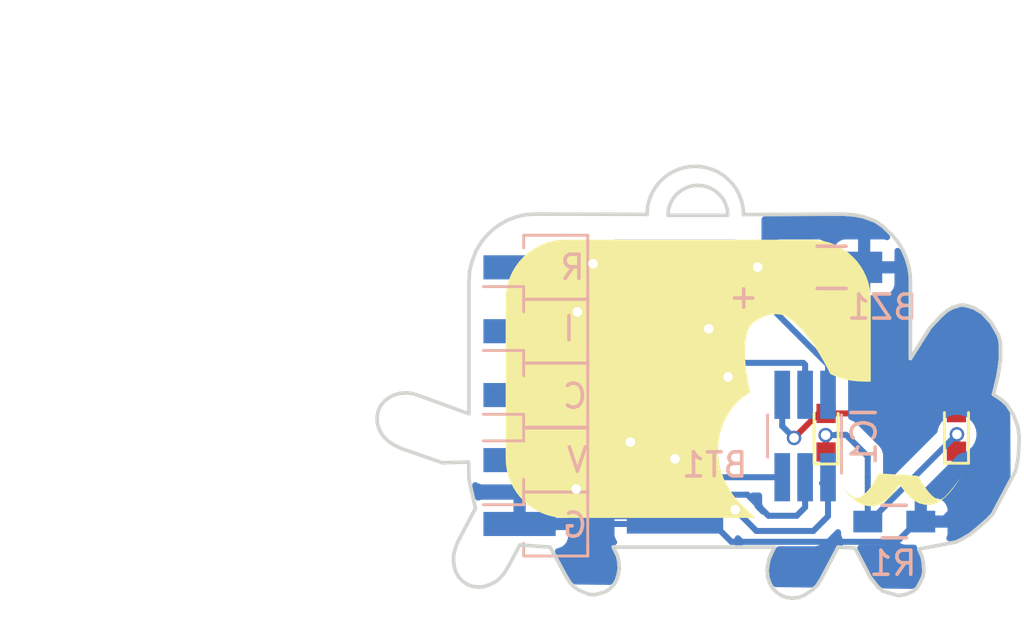
<source format=kicad_pcb>
(kicad_pcb (version 20221018) (generator pcbnew)
  (title_block (title "NyanCatEarrings") (date "2018-03-10") (rev "0.2") (company "Electronic Cats") (comment 1 "Andres Sabas"))
  (layers (0 "F.Cu" signal) (31 "B.Cu" signal) (34 "B.Paste" user) (35 "F.Paste" user) (36 "B.SilkS" user "B.Silkscreen") (37 "F.SilkS" user "F.Silkscreen") (38 "B.Mask" user) (39 "F.Mask" user) (44 "Edge.Cuts" user))
  (net 0 "")
  (net 1 "Net-(BZ1-Pad1)")
  (net 2 "GND")
  (net 3 "Net-(D1-Pad2)")
  (net 4 "Net-(D1-Pad1)")
  (net 5 "Net-(BT1-Pad1)")
  (net 6 "Net-(IC1-Pad6)")
  (net 7 "Net-(IC1-Pad1)")
  (footprint "LEDs:LED_0603" (layer "F.Cu") (at 152.73 76.93 90)
    (fp_text reference "D1")
    (fp_text value "LED")
    (fp_line (start -1.3 -0.5) (end -1.3 0.5) (stroke (width 0.12)) (layer "F.SilkS"))
    (fp_line (start -1.3 -0.5) (end 0.8 -0.5) (stroke (width 0.12)) (layer "F.SilkS"))
    (fp_line (start -1.3 0.5) (end 0.8 0.5) (stroke (width 0.12)) (layer "F.SilkS"))
    (pad "1" smd rect (at -0.8 0 270) (size 0.8 0.8) (layers "F.Cu" "F.Paste" "F.Mask") (net 4 "Net-(D1-Pad1)"))
    (pad "2" smd rect (at 0.8 0 270) (size 0.8 0.8) (layers "F.Cu" "F.Paste" "F.Mask") (net 3 "Net-(D1-Pad2)"))
  )
  (footprint "LEDs:LED_0603" (layer "F.Cu") (at 147.32 76.962 90)
    (fp_text reference "D2")
    (fp_text value "LED")
    (fp_line (start -1.3 -0.5) (end -1.3 0.5) (stroke (width 0.12)) (layer "F.SilkS"))
    (fp_line (start -1.3 -0.5) (end 0.8 -0.5) (stroke (width 0.12)) (layer "F.SilkS"))
    (fp_line (start -1.3 0.5) (end 0.8 0.5) (stroke (width 0.12)) (layer "F.SilkS"))
    (pad "1" smd rect (at -0.8 0 270) (size 0.8 0.8) (layers "F.Cu" "F.Paste" "F.Mask") (net 4 "Net-(D1-Pad1)"))
    (pad "2" smd rect (at 0.8 0 270) (size 0.8 0.8) (layers "F.Cu" "F.Paste" "F.Mask") (net 3 "Net-(D1-Pad2)"))
  )
  (footprint "svg2mod:NyanCat" (layer "F.Cu") (at 142.494 75.946)
    (fp_text reference "svg2mod" hide)
    (fp_text value "G***" hide)
    (fp_poly (pts (xy 7.013754 2.703635) (xy 0.501957 2.711279) (xy 0.430992 2.465986) (xy 0.381698 2.220445) (xy 0.353293 1.975876) (xy 0.344995 1.7335) (xy 0.356022 1.494535) (xy 0.385594 1.260201) (xy 0.432927 1.031719) (xy 0.497241 0.810308) (xy 0.577755 0.597187) (xy 0.673685 0.393578) (xy 0.784251 0.200698) (xy 0.908671 0.019769) (xy 1.046163 -0.14799) (xy 1.195946 -0.301359) (xy 1.357238 -0.439119) (xy 1.529258 -0.560049) (xy 1.682812 -0.657234) (xy 1.641126 -0.834182) (xy 1.622424 -0.91964) (xy 1.577565 -1.15093) (xy 1.523423 -1.490418) (xy 1.476871 -1.900474) (xy 1.460683 -2.193606) (xy 1.462237 -2.486975) (xy 1.482448 -2.767139) (xy 1.522227 -3.020652) (xy 1.58249 -3.234072) (xy 1.664147 -3.393954) (xy 1.823122 -3.561614) (xy 2.030919 -3.702907) (xy 2.270027 -3.811406) (xy 2.522933 -3.880688) (xy 2.772126 -3.904326) (xy 3.000094 -3.875896) (xy 3.174955 -3.803629) (xy 3.362825 -3.681597) (xy 3.55845 -3.518188) (xy 3.756574 -3.321794) (xy 3.951943 -3.100803) (xy 4.1393 -2.863607) (xy 4.313391 -2.618595) (xy 4.529081 -2.281971) (xy 4.707928 -1.97756) (xy 4.843561 -1.729828) (xy 4.929612 -1.563246) (xy 4.95971 -1.502281) (xy 4.997167 -1.424135) (xy 5.074441 -1.384814) (xy 5.320116 -1.278693) (xy 5.580875 -1.19958) (xy 5.853624 -1.145293) (xy 6.135266 -1.113649) (xy 6.422708 -1.102468) (xy 6.67942 -1.100963) (xy 6.67942 -4.517852) (xy 6.66665 -4.770674) (xy 6.629168 -5.016201) (xy 6.56822 -5.253187) (xy 6.485048 -5.48039) (xy 6.380898 -5.696565) (xy 6.257011 -5.900469) (xy 6.114634 -6.090856) (xy 5.955009 -6.266485) (xy 5.779381 -6.42611) (xy 5.588993 -6.568487) (xy 5.385089 -6.692373) (xy 5.168914 -6.796524) (xy 4.941711 -6.879696) (xy 4.704725 -6.940644) (xy 4.459199 -6.978125) (xy 4.206377 -6.990896) (xy -5.999123 -6.990896) (xy -5.999143 -6.990931) (xy -6.251966 -6.97816) (xy -6.497492 -6.940679) (xy -6.734478 -6.879731) (xy -6.961681 -6.796559) (xy -7.177856 -6.692408) (xy -7.38176 -6.568522) (xy -7.572148 -6.426145) (xy -7.747776 -6.26652) (xy -7.907401 -6.090891) (xy -8.049778 -5.900504) (xy -8.173664 -5.6966) (xy -8.277815 -5.480425) (xy -8.360987 -5.253222) (xy -8.421935 -5.016236) (xy -8.459416 -4.770709) (xy -8.472187 -4.517887) (xy -8.472187 2.078855) (xy -8.459416 2.331676) (xy -8.421935 2.577202) (xy -8.360987 2.814188) (xy -8.277815 3.041391) (xy -8.173664 3.257566) (xy -8.049778 3.461469) (xy -7.907401 3.651857) (xy -7.747776 3.827486) (xy -7.572148 3.987111) (xy -7.38176 4.129489) (xy -7.177856 4.253375) (xy -6.961681 4.357526) (xy -6.734478 4.440698) (xy -6.497492 4.501646) (xy -6.251966 4.539128) (xy -5.999143 4.551898) (xy 1.903685 4.551898) (xy 1.426598 4.109528) (xy 1.209196 3.891336) (xy 1.018154 3.665578) (xy 0.852691 3.433474) (xy 0.712025 3.196243) (xy 0.595374 2.955104) (xy 0.501957 2.711279) (xy 7.013754 2.703635) (xy 6.889013 2.932485) (xy 6.764978 3.136554) (xy 6.64298 3.313182) (xy 6.524347 3.459709) (xy 6.30996 3.651729) (xy 6.14183 3.724508) (xy 5.991804 3.711325) (xy 5.78756 3.577923) (xy 5.655568 3.443992) (xy 5.510265 3.258669) (xy 5.354255 3.020031) (xy 5.190144 2.726157) (xy 5.336343 2.993063) (xy 5.482282 3.229111) (xy 5.629461 3.435461) (xy 5.779376 3.613272) (xy 5.933526 3.763704) (xy 6.138337 3.913212) (xy 6.356673 4.015659) (xy 6.582256 4.066169) (xy 6.80881 4.059862) (xy 7.023793 3.999362) (xy 7.220189 3.895724) (xy 7.400007 3.756718) (xy 7.565256 3.590116) (xy 7.725725 3.391299) (xy 7.878213 3.168152) (xy 8.021571 3.368773) (xy 8.164569 3.547074) (xy 8.308269 3.699018) (xy 8.453729 3.820572) (xy 8.684001 3.94611) (xy 8.924186 4.008249) (xy 9.16022 4.00909) (xy 9.378041 3.950732) (xy 9.595589 3.832042) (xy 9.785338 3.681638) (xy 9.952459 3.508857) (xy 10.102124 3.323034) (xy 10.239503 3.133503) (xy 10.369768 2.9496) (xy 10.498091 2.78066) (xy 10.291124 3.040216) (xy 10.094154 3.289609) (xy 9.91299 3.507902) (xy 9.753439 3.674158) (xy 9.621313 3.767438) (xy 9.494276 3.795296) (xy 9.318435 3.704971) (xy 9.212031 3.615217) (xy 9.088585 3.483239) (xy 8.949902 3.306046) (xy 8.797784 3.080648) (xy 8.634035 2.804053) (xy 7.013754 2.703635)) (fill solid) (layer "F.SilkS"))
  )
  (footprint "Resistors_SMD:R_0603_HandSoldering" (layer "B.Cu") (at 150.15 80.65)
    (fp_text reference "R1" (at -0.054 1.732) (layer "B.SilkS") (effects (justify mirror)))
    (fp_text value "100")
    (fp_line (start -0.5 0.675) (end 0.5 0.675) (stroke (width 0.15)) (layer "B.SilkS"))
    (fp_line (start 0.5 -0.675) (end -0.5 -0.675) (stroke (width 0.15)) (layer "B.SilkS"))
    (pad "1" smd rect (at -1.1 0) (size 1.2 0.9) (layers "B.Cu" "B.Paste" "B.Mask") (net 4 "Net-(D1-Pad1)"))
    (pad "2" smd rect (at 1.1 0) (size 1.2 0.9) (layers "B.Cu" "B.Paste" "B.Mask") (net 2 "GND"))
  )
  (footprint "Resistors_SMD:R_0805_HandSoldering" (layer "B.Cu") (at 147.55 70.1)
    (fp_text reference "BZ1" (at 2.1 1.65) (layer "B.SilkS") (effects (justify mirror)))
    (fp_text value "Buzzer")
    (fp_line (start -0.6 0.875) (end 0.6 0.875) (stroke (width 0.15)) (layer "B.SilkS"))
    (fp_line (start 0.6 -0.875) (end -0.6 -0.875) (stroke (width 0.15)) (layer "B.SilkS"))
    (pad "1" smd rect (at -1.35 0) (size 1.5 1.3) (layers "B.Cu" "B.Paste" "B.Mask") (net 1 "Net-(BZ1-Pad1)"))
    (pad "2" smd rect (at 1.35 0) (size 1.5 1.3) (layers "B.Cu" "B.Paste" "B.Mask") (net 2 "GND"))
  )
  (footprint "TIH:Supercapcoin" (layer "B.Cu") (at 144.05 76.3 180)
    (fp_text reference "BT1" (at 1.35 -2 180) (layer "B.SilkS") (effects (justify mirror)))
    (fp_text value "Battery_Cell")
    (fp_text user "+" (at 0.15 5 180) (layer "B.SilkS") (effects (justify mirror)))
    (pad "1" smd rect (at 3 6.35 180) (size 5 2) (layers "B.Cu" "B.Paste" "B.Mask") (net 5 "Net-(BT1-Pad1)"))
    (pad "2" smd rect (at 3 -4 180) (size 4 1.7) (layers "B.Cu" "B.Paste" "B.Mask") (net 2 "GND"))
  )
  (footprint "TO_SOT_Packages_SMD:TSOT-23-6_MK06A_HandSoldering" (layer "B.Cu") (at 146.45 77.1 90)
    (fp_text reference "IC1" (at 0 2.45 90) (layer "B.SilkS") (effects (justify mirror)))
    (fp_text value "ATTINY10-TS")
    (fp_line (start -0.88 -1.56) (end 0.88 -1.56) (stroke (width 0.12)) (layer "B.SilkS"))
    (fp_line (start 0.88 1.51) (end -1.55 1.51) (stroke (width 0.12)) (layer "B.SilkS"))
    (pad "1" smd rect (at -1.71 0.95 90) (size 2 0.65) (layers "B.Cu" "B.Paste" "B.Mask") (net 7 "Net-(IC1-Pad1)"))
    (pad "2" smd rect (at -1.71 0 90) (size 2 0.65) (layers "B.Cu" "B.Paste" "B.Mask") (net 2 "GND"))
    (pad "3" smd rect (at -1.71 -0.95 90) (size 2 0.65) (layers "B.Cu" "B.Paste" "B.Mask") (net 1 "Net-(BZ1-Pad1)"))
    (pad "4" smd rect (at 1.71 -0.95 90) (size 2 0.65) (layers "B.Cu" "B.Paste" "B.Mask") (net 3 "Net-(D1-Pad2)"))
    (pad "5" smd rect (at 1.71 0 90) (size 2 0.65) (layers "B.Cu" "B.Paste" "B.Mask") (net 5 "Net-(BT1-Pad1)"))
    (pad "6" smd rect (at 1.71 0.95 90) (size 2 0.65) (layers "B.Cu" "B.Paste" "B.Mask") (net 6 "Net-(IC1-Pad6)"))
  )
  (footprint "Pin_Headers:Pin_Header_Straight_1x01_Pitch2.54mm_SMD_Pin1Right" (layer "B.Cu") (at 136.1 80.75 180)
    (fp_text reference "P1")
    (fp_text value "G" (at -0.8 -0.05 180) (layer "B.SilkS") (effects (justify mirror)))
    (fp_line (start -1.33 -1.33) (end 1.33 -1.33) (stroke (width 0.12)) (layer "B.SilkS"))
    (fp_line (start -1.33 -0.8) (end -1.33 -1.33) (stroke (width 0.12)) (layer "B.SilkS"))
    (fp_line (start -1.33 0.8) (end -1.33 1.33) (stroke (width 0.12)) (layer "B.SilkS"))
    (fp_line (start -1.33 1.33) (end -1.33 -1.33) (stroke (width 0.12)) (layer "B.SilkS"))
    (fp_line (start -1.33 1.33) (end 1.33 1.33) (stroke (width 0.12)) (layer "B.SilkS"))
    (fp_line (start 1.33 -1.33) (end 1.33 -0.8) (stroke (width 0.12)) (layer "B.SilkS"))
    (fp_line (start 1.33 0.8) (end 3 0.8) (stroke (width 0.12)) (layer "B.SilkS"))
    (fp_line (start 1.33 1.33) (end 1.33 0.8) (stroke (width 0.12)) (layer "B.SilkS"))
    (pad "1" smd rect (at 1.5 0 180) (size 3 1) (layers "B.Cu" "B.Mask") (net 2 "GND"))
  )
  (footprint "Pin_Headers:Pin_Header_Straight_1x01_Pitch2.54mm_SMD_Pin1Right" (layer "B.Cu") (at 136.1 78.1 180)
    (fp_text reference "P2")
    (fp_text value "V" (at -0.9 0 180) (layer "B.SilkS") (effects (justify mirror)))
    (fp_line (start -1.33 -1.33) (end 1.33 -1.33) (stroke (width 0.12)) (layer "B.SilkS"))
    (fp_line (start -1.33 -0.8) (end -1.33 -1.33) (stroke (width 0.12)) (layer "B.SilkS"))
    (fp_line (start -1.33 0.8) (end -1.33 1.33) (stroke (width 0.12)) (layer "B.SilkS"))
    (fp_line (start -1.33 1.33) (end -1.33 -1.33) (stroke (width 0.12)) (layer "B.SilkS"))
    (fp_line (start -1.33 1.33) (end 1.33 1.33) (stroke (width 0.12)) (layer "B.SilkS"))
    (fp_line (start 1.33 -1.33) (end 1.33 -0.8) (stroke (width 0.12)) (layer "B.SilkS"))
    (fp_line (start 1.33 0.8) (end 3 0.8) (stroke (width 0.12)) (layer "B.SilkS"))
    (fp_line (start 1.33 1.33) (end 1.33 0.8) (stroke (width 0.12)) (layer "B.SilkS"))
    (pad "1" smd rect (at 1.5 0 180) (size 3 1) (layers "B.Cu" "B.Mask") (net 5 "Net-(BT1-Pad1)"))
  )
  (footprint "Pin_Headers:Pin_Header_Straight_1x01_Pitch2.54mm_SMD_Pin1Left" (layer "B.Cu") (at 136.1 72.75)
    (fp_text reference "P4")
    (fp_text value "I" (at 0.55 -0.1) (layer "B.SilkS") (effects (justify mirror)))
    (fp_line (start -1.33 -1.33) (end 1.33 -1.33) (stroke (width 0.12)) (layer "B.SilkS"))
    (fp_line (start -1.33 -0.8) (end -1.33 -1.33) (stroke (width 0.12)) (layer "B.SilkS"))
    (fp_line (start -1.33 0.8) (end -3 0.8) (stroke (width 0.12)) (layer "B.SilkS"))
    (fp_line (start -1.33 0.8) (end -1.33 1.33) (stroke (width 0.12)) (layer "B.SilkS"))
    (fp_line (start -1.33 1.33) (end 1.33 1.33) (stroke (width 0.12)) (layer "B.SilkS"))
    (fp_line (start 1.33 -1.33) (end 1.33 -0.8) (stroke (width 0.12)) (layer "B.SilkS"))
    (fp_line (start 1.33 1.33) (end 1.33 -1.33) (stroke (width 0.12)) (layer "B.SilkS"))
    (fp_line (start 1.33 1.33) (end 1.33 0.8) (stroke (width 0.12)) (layer "B.SilkS"))
    (pad "1" smd rect (at -1.5 0) (size 3 1) (layers "B.Cu" "B.Mask") (net 7 "Net-(IC1-Pad1)"))
  )
  (footprint "Pin_Headers:Pin_Header_Straight_1x01_Pitch2.54mm_SMD_Pin1Left" (layer "B.Cu") (at 136.1 75.4)
    (fp_text reference "P5")
    (fp_text value "C" (at 0.8 0.05) (layer "B.SilkS") (effects (justify mirror)))
    (fp_line (start -1.33 -1.33) (end 1.33 -1.33) (stroke (width 0.12)) (layer "B.SilkS"))
    (fp_line (start -1.33 -0.8) (end -1.33 -1.33) (stroke (width 0.12)) (layer "B.SilkS"))
    (fp_line (start -1.33 0.8) (end -3 0.8) (stroke (width 0.12)) (layer "B.SilkS"))
    (fp_line (start -1.33 0.8) (end -1.33 1.33) (stroke (width 0.12)) (layer "B.SilkS"))
    (fp_line (start -1.33 1.33) (end 1.33 1.33) (stroke (width 0.12)) (layer "B.SilkS"))
    (fp_line (start 1.33 -1.33) (end 1.33 -0.8) (stroke (width 0.12)) (layer "B.SilkS"))
    (fp_line (start 1.33 1.33) (end 1.33 -1.33) (stroke (width 0.12)) (layer "B.SilkS"))
    (fp_line (start 1.33 1.33) (end 1.33 0.8) (stroke (width 0.12)) (layer "B.SilkS"))
    (pad "1" smd rect (at -1.5 0) (size 3 1) (layers "B.Cu" "B.Mask") (net 1 "Net-(BZ1-Pad1)"))
  )
  (footprint "Pin_Headers:Pin_Header_Straight_1x01_Pitch2.54mm_SMD_Pin1Left" (layer "B.Cu") (at 136.1 70.1)
    (fp_text reference "P6")
    (fp_text value "R" (at 0.7 0) (layer "B.SilkS") (effects (justify mirror)))
    (fp_line (start -1.33 -1.33) (end 1.33 -1.33) (stroke (width 0.12)) (layer "B.SilkS"))
    (fp_line (start -1.33 -0.8) (end -1.33 -1.33) (stroke (width 0.12)) (layer "B.SilkS"))
    (fp_line (start -1.33 0.8) (end -3 0.8) (stroke (width 0.12)) (layer "B.SilkS"))
    (fp_line (start -1.33 0.8) (end -1.33 1.33) (stroke (width 0.12)) (layer "B.SilkS"))
    (fp_line (start -1.33 1.33) (end 1.33 1.33) (stroke (width 0.12)) (layer "B.SilkS"))
    (fp_line (start 1.33 -1.33) (end 1.33 -0.8) (stroke (width 0.12)) (layer "B.SilkS"))
    (fp_line (start 1.33 1.33) (end 1.33 -1.33) (stroke (width 0.12)) (layer "B.SilkS"))
    (fp_line (start 1.33 1.33) (end 1.33 0.8) (stroke (width 0.12)) (layer "B.SilkS"))
    (pad "1" smd rect (at -1.5 0) (size 3 1) (layers "B.Cu" "B.Mask") (net 6 "Net-(IC1-Pad6)"))
  )
  (gr_line (start 155.32 77.64) (end 155.28 78.07) (stroke (width 0.15)) (layer "Edge.Cuts"))
  (gr_line (start 153.85 80.72) (end 153.55 80.98) (stroke (width 0.15)) (layer "Edge.Cuts"))
  (gr_line (start 154.54 73.14) (end 154.56 73.39) (stroke (width 0.15)) (layer "Edge.Cuts"))
  (gr_line (start 145.45 83.71) (end 145.27 83.59) (stroke (width 0.15)) (layer "Edge.Cuts"))
  (gr_line (start 135.87 81.71) (end 136.52 82.91) (stroke (width 0.15)) (layer "Edge.Cuts"))
  (gr_line (start 143.23 67.94) (end 140.77 67.94) (stroke (width 0.15)) (layer "Edge.Cuts"))
  (gr_line (start 154.52 74.2) (end 154.45 74.63) (stroke (width 0.15)) (layer "Edge.Cuts"))
  (gr_line (start 132.24 83.12) (end 132.08 82.96) (stroke (width 0.15)) (layer "Edge.Cuts"))
  (gr_arc (start 140.76 67.94) (mid 142 66.7) (end 143.24 67.94) (stroke (width 0.15)) (layer "Edge.Cuts"))
  (gr_line (start 147.11 83.05) (end 146.94 83.32) (stroke (width 0.15)) (layer "Edge.Cuts"))
  (gr_line (start 131.94 81.74) (end 132.03 81.51) (stroke (width 0.15)) (layer "Edge.Cuts"))
  (gr_line (start 146.19 83.8) (end 145.91 83.83) (stroke (width 0.15)) (layer "Edge.Cuts"))
  (gr_line (start 134.17 82.45) (end 134.61 81.62) (stroke (width 0.15)) (layer "Edge.Cuts"))
  (gr_line (start 132.8 69.4) (end 133.03 69.03) (stroke (width 0.15)) (layer "Edge.Cuts"))
  (gr_line (start 144.9 82.96) (end 144.87 82.68) (stroke (width 0.15)) (layer "Edge.Cuts"))
  (gr_line (start 153.3 81.18) (end 152.98 81.37) (stroke (width 0.15)) (layer "Edge.Cuts"))
  (gr_line (start 129.35 77.45) (end 129.15 77.31) (stroke (width 0.15)) (layer "Edge.Cuts"))
  (gr_line (start 138.36 83.43) (end 138.17 83.56) (stroke (width 0.15)) (layer "Edge.Cuts"))
  (gr_line (start 155.28 78.07) (end 155.18 78.57) (stroke (width 0.15)) (layer "Edge.Cuts"))
  (gr_line (start 151.09 83.42) (end 150.9 83.56) (stroke (width 0.15)) (layer "Edge.Cuts"))
  (gr_line (start 139.89 67.9) (end 135.29 67.89) (stroke (width 0.15)) (layer "Edge.Cuts"))
  (gr_line (start 153.8 71.99) (end 153.95 72.15) (stroke (width 0.15)) (layer "Edge.Cuts"))
  (gr_line (start 138.52 83.26) (end 138.36 83.43) (stroke (width 0.15)) (layer "Edge.Cuts"))
  (gr_line (start 150.51 69.4) (end 150.66 69.75) (stroke (width 0.15)) (layer "Edge.Cuts"))
  (gr_line (start 154.02 80.57) (end 153.85 80.72) (stroke (width 0.15)) (layer "Edge.Cuts"))
  (gr_line (start 132.89 83.37) (end 132.65 83.34) (stroke (width 0.15)) (layer "Edge.Cuts"))
  (gr_line (start 133.03 69.03) (end 133.3 68.71) (stroke (width 0.15)) (layer "Edge.Cuts"))
  (gr_line (start 134.2 68.1) (end 134.39 68.03) (stroke (width 0.15)) (layer "Edge.Cuts"))
  (gr_line (start 133.57 83.17) (end 133.3 83.29) (stroke (width 0.15)) (layer "Edge.Cuts"))
  (gr_line (start 145.18 81.71) (end 145.05 81.97) (stroke (width 0.15)) (layer "Edge.Cuts"))
  (gr_line (start 138.67 82.08) (end 138.72 82.32) (stroke (width 0.15)) (layer "Edge.Cuts"))
  (gr_line (start 132.77 80.1) (end 132.03 81.5) (stroke (width 0.15)) (layer "Edge.Cuts"))
  (gr_line (start 132.5 70.66) (end 132.5 76.18) (stroke (width 0.15)) (layer "Edge.Cuts"))
  (gr_line (start 132.5 78.91) (end 132.77 80.1) (stroke (width 0.15)) (layer "Edge.Cuts"))
  (gr_line (start 128.84 75.83) (end 128.99 75.65) (stroke (width 0.15)) (layer "Edge.Cuts"))
  (gr_line (start 134.39 68.03) (end 134.68 67.95) (stroke (width 0.15)) (layer "Edge.Cuts"))
  (gr_line (start 150.82 73.88) (end 150.82 70.68) (stroke (width 0.15)) (layer "Edge.Cuts"))
  (gr_line (start 148.87 68) (end 149.12 68.09) (stroke (width 0.15)) (layer "Edge.Cuts"))
  (gr_line (start 138.72 82.32) (end 138.74 82.59) (stroke (width 0.15)) (layer "Edge.Cuts"))
  (gr_line (start 129.64 77.6) (end 131.4 78.21) (stroke (width 0.15)) (layer "Edge.Cuts"))
  (gr_line (start 129.64 77.59) (end 129.35 77.45) (stroke (width 0.15)) (layer "Edge.Cuts"))
  (gr_line (start 149.12 68.09) (end 149.38 68.19) (stroke (width 0.15)) (layer "Edge.Cuts"))
  (gr_line (start 150.81 70.41) (end 150.82 70.68) (stroke (width 0.15)) (layer "Edge.Cuts"))
  (gr_line (start 151.34 82.94) (end 151.22 83.19) (stroke (width 0.15)) (layer "Edge.Cuts"))
  (gr_line (start 154.24 80.34) (end 154.02 80.57) (stroke (width 0.15)) (layer "Edge.Cuts"))
  (gr_line (start 154.24 80.33) (end 155.18 78.56) (stroke (width 0.15)) (layer "Edge.Cuts"))
  (gr_line (start 146.94 83.32) (end 146.73 83.5) (stroke (width 0.15)) (layer "Edge.Cuts"))
  (gr_line (start 145.27 83.59) (end 145.17 83.49) (stroke (width 0.15)) (layer "Edge.Cuts"))
  (gr_line (start 133.3 83.29) (end 133.11 83.35) (stroke (width 0.15)) (layer "Edge.Cuts"))
  (gr_line (start 136.7 83.2) (end 136.52 82.91) (stroke (width 0.15)) (layer "Edge.Cuts"))
  (gr_line (start 145.91 83.83) (end 145.68 83.8) (stroke (width 0.15)) (layer "Edge.Cuts"))
  (gr_line (start 154.27 75.37) (end 154.61 75.6) (stroke (width 0.15)) (layer "Edge.Cuts"))
  (gr_line (start 132.08 82.96) (end 131.96 82.75) (stroke (width 0.15)) (layer "Edge.Cuts"))
  (gr_line (start 154.56 73.87) (end 154.52 74.2) (stroke (width 0.15)) (layer "Edge.Cuts"))
  (gr_line (start 138.7 82.83) (end 138.63 83.07) (stroke (width 0.15)) (layer "Edge.Cuts"))
  (gr_line (start 144.98 83.2) (end 144.9 82.96) (stroke (width 0.15)) (layer "Edge.Cuts"))
  (gr_line (start 131.87 82) (end 131.94 81.74) (stroke (width 0.15)) (layer "Edge.Cuts"))
  (gr_line (start 137.05 83.49) (end 136.84 83.34) (stroke (width 0.15)) (layer "Edge.Cuts"))
  (gr_line (start 154.61 75.6) (end 154.81 75.78) (stroke (width 0.15)) (layer "Edge.Cuts"))
  (gr_line (start 129.19 75.5) (end 129.39 75.4) (stroke (width 0.15)) (layer "Edge.Cuts"))
  (gr_line (start 129.39 75.4) (end 129.63 75.33) (stroke (width 0.15)) (layer "Edge.Cuts"))
  (gr_line (start 152.33 71.9) (end 152.56 71.77) (stroke (width 0.15)) (layer "Edge.Cuts"))
  (gr_line (start 144.87 82.68) (end 144.9 82.45) (stroke (width 0.15)) (layer "Edge.Cuts"))
  (gr_line (start 138.49 81.71) (end 145.18 81.71) (stroke (width 0.15)) (layer "Edge.Cuts"))
  (gr_line (start 131.96 82.75) (end 131.89 82.53) (stroke (width 0.15)) (layer "Edge.Cuts"))
  (gr_line (start 128.74 76.04) (end 128.84 75.83) (stroke (width 0.15)) (layer "Edge.Cuts"))
  (gr_line (start 128.99 75.65) (end 129.19 75.5) (stroke (width 0.15)) (layer "Edge.Cuts"))
  (gr_line (start 154.47 72.91) (end 154.54 73.14) (stroke (width 0.15)) (layer "Edge.Cuts"))
  (gr_line (start 155.28 76.72) (end 155.33 77.1) (stroke (width 0.15)) (layer "Edge.Cuts"))
  (gr_line (start 152.07 72.13) (end 152.33 71.9) (stroke (width 0.15)) (layer "Edge.Cuts"))
  (gr_line (start 132.43 83.26) (end 132.24 83.12) (stroke (width 0.15)) (layer "Edge.Cuts"))
  (gr_line (start 132.65 83.34) (end 132.43 83.26) (stroke (width 0.15)) (layer "Edge.Cuts"))
  (gr_line (start 150.66 69.75) (end 150.77 70.14) (stroke (width 0.15)) (layer "Edge.Cuts"))
  (gr_line (start 153.19 71.7) (end 153.47 71.79) (stroke (width 0.15)) (layer "Edge.Cuts"))
  (gr_line (start 151.17 81.79) (end 151.32 82.14) (stroke (width 0.15)) (layer "Edge.Cuts"))
  (gr_line (start 138.17 83.56) (end 137.71 83.69) (stroke (width 0.15)) (layer "Edge.Cuts"))
  (gr_line (start 133.3 68.71) (end 133.5 68.53) (stroke (width 0.15)) (layer "Edge.Cuts"))
  (gr_line (start 130.13 75.33) (end 130.42 75.42) (stroke (width 0.15)) (layer "Edge.Cuts"))
  (gr_line (start 131.4 78.21) (end 132.49 78.18) (stroke (width 0.15)) (layer "Edge.Cuts"))
  (gr_arc (start 139.89 67.91) (mid 141.89 65.91) (end 143.89 67.91) (stroke (width 0.15)) (layer "Edge.Cuts"))
  (gr_line (start 151.64 72.59) (end 150.82 73.88) (stroke (width 0.15)) (layer "Edge.Cuts"))
  (gr_line (start 149.38 68.19) (end 149.68 68.4) (stroke (width 0.15)) (layer "Edge.Cuts"))
  (gr_line (start 151.17 81.79) (end 152.72 81.5) (stroke (width 0.15)) (layer "Edge.Cuts"))
  (gr_line (start 153.47 71.79) (end 153.6 71.87) (stroke (width 0.15)) (layer "Edge.Cuts"))
  (gr_line (start 149.68 83.54) (end 149.46 83.36) (stroke (width 0.15)) (layer "Edge.Cuts"))
  (gr_line (start 131.86 82.28) (end 131.87 82) (stroke (width 0.15)) (layer "Edge.Cuts"))
  (gr_line (start 148.02 67.89) (end 148.53 67.93) (stroke (width 0.15)) (layer "Edge.Cuts"))
  (gr_line (start 129.63 75.33) (end 129.88 75.31) (stroke (width 0.15)) (layer "Edge.Cuts"))
  (gr_line (start 144.9 82.45) (end 144.95 82.2) (stroke (width 0.15)) (layer "Edge.Cuts"))
  (gr_line (start 150.21 68.93) (end 150.32 69.08) (stroke (width 0.15)) (layer "Edge.Cuts"))
  (gr_line (start 153.55 80.98) (end 153.3 81.18) (stroke (width 0.15)) (layer "Edge.Cuts"))
  (gr_line (start 153.95 72.15) (end 154.18 72.4) (stroke (width 0.15)) (layer "Edge.Cuts"))
  (gr_line (start 132.53 70.25) (end 132.61 69.9) (stroke (width 0.15)) (layer "Edge.Cuts"))
  (gr_line (start 133.950145 82.811575) (end 133.75 83.03) (stroke (width 0.15)) (layer "Edge.Cuts"))
  (gr_line (start 148.52 81.75) (end 149.15 82.96) (stroke (width 0.15)) (layer "Edge.Cuts"))
  (gr_line (start 147.11 83.05) (end 147.82 81.71) (stroke (width 0.15)) (layer "Edge.Cuts"))
  (gr_line (start 132.5 70.65) (end 132.53 70.25) (stroke (width 0.15)) (layer "Edge.Cuts"))
  (gr_line (start 145.07 83.37) (end 144.98 83.2) (stroke (width 0.15)) (layer "Edge.Cuts"))
  (gr_line (start 146.41 83.71) (end 146.19 83.8) (stroke (width 0.15)) (layer "Edge.Cuts"))
  (gr_line (start 151.22 83.19) (end 151.09 83.42) (stroke (width 0.15)) (layer "Edge.Cuts"))
  (gr_line (start 134.17 82.45) (end 133.95 82.81) (stroke (width 0.15)) (layer "Edge.Cuts"))
  (gr_line (start 153.04 71.67) (end 153.19 71.7) (stroke (width 0.15)) (layer "Edge.Cuts"))
  (gr_line (start 144.95 82.2) (end 145.05 81.98) (stroke (width 0.15)) (layer "Edge.Cuts"))
  (gr_line (start 149.68 68.4) (end 149.99 68.7) (stroke (width 0.15)) (layer "Edge.Cuts"))
  (gr_line (start 132.61 69.9) (end 132.8 69.4) (stroke (width 0.15)) (layer "Edge.Cuts"))
  (gr_line (start 149.46 83.36) (end 149.15 82.96) (stroke (width 0.15)) (layer "Edge.Cuts"))
  (gr_line (start 145.17 83.49) (end 145.07 83.37) (stroke (width 0.15)) (layer "Edge.Cuts"))
  (gr_line (start 146.73 83.5) (end 146.41 83.71) (stroke (width 0.15)) (layer "Edge.Cuts"))
  (gr_line (start 133.75 83.03) (end 133.57 83.17) (stroke (width 0.15)) (layer "Edge.Cuts"))
  (gr_line (start 133.75 68.34) (end 134.05 68.17) (stroke (width 0.15)) (layer "Edge.Cuts"))
  (gr_line (start 137.48 83.67) (end 137.05 83.49) (stroke (width 0.15)) (layer "Edge.Cuts"))
  (gr_line (start 134.68 67.95) (end 134.88 67.91) (stroke (width 0.15)) (layer "Edge.Cuts"))
  (gr_line (start 134.05 68.17) (end 134.2 68.1) (stroke (width 0.15)) (layer "Edge.Cuts"))
  (gr_line (start 128.84 76.95) (end 128.74 76.73) (stroke (width 0.15)) (layer "Edge.Cuts"))
  (gr_line (start 133.5 68.53) (end 133.75 68.34) (stroke (width 0.15)) (layer "Edge.Cuts"))
  (gr_line (start 133.11 83.35) (end 132.89 83.37) (stroke (width 0.15)) (layer "Edge.Cuts"))
  (gr_line (start 134.61 81.62) (end 135.87 81.71) (stroke (width 0.15)) (layer "Edge.Cuts"))
  (gr_line (start 150 68.7) (end 150.21 68.93) (stroke (width 0.15)) (layer "Edge.Cuts"))
  (gr_line (start 128.74 76.73) (end 128.69 76.5) (stroke (width 0.15)) (layer "Edge.Cuts"))
  (gr_line (start 138.49 81.71) (end 138.67 82.08) (stroke (width 0.15)) (layer "Edge.Cuts"))
  (gr_line (start 154.18 72.4) (end 154.47 72.91) (stroke (width 0.15)) (layer "Edge.Cuts"))
  (gr_line (start 152.56 71.77) (end 152.88 71.67) (stroke (width 0.15)) (layer "Edge.Cuts"))
  (gr_line (start 129.15 77.31) (end 128.98 77.15) (stroke (width 0.15)) (layer "Edge.Cuts"))
  (gr_line (start 150.77 70.14) (end 150.81 70.41) (stroke (width 0.15)) (layer "Edge.Cuts"))
  (gr_line (start 154.45 74.63) (end 154.27 75.37) (stroke (width 0.15)) (layer "Edge.Cuts"))
  (gr_line (start 132.5 76.18) (end 130.42 75.42) (stroke (width 0.15)) (layer "Edge.Cuts"))
  (gr_line (start 137.71 83.69) (end 137.48 83.67) (stroke (width 0.15)) (layer "Edge.Cuts"))
  (gr_line (start 138.74 82.59) (end 138.7 82.83) (stroke (width 0.15)) (layer "Edge.Cuts"))
  (gr_line (start 131.89 82.53) (end 131.86 82.28) (stroke (width 0.15)) (layer "Edge.Cuts"))
  (gr_line (start 147.82 81.71) (end 148.52 81.75) (stroke (width 0.15)) (layer "Edge.Cuts"))
  (gr_line (start 145.68 83.8) (end 145.45 83.71) (stroke (width 0.15)) (layer "Edge.Cuts"))
  (gr_line (start 136.84 83.34) (end 136.7 83.2) (stroke (width 0.15)) (layer "Edge.Cuts"))
  (gr_line (start 134.88 67.91) (end 135.3 67.89) (stroke (width 0.15)) (layer "Edge.Cuts"))
  (gr_line (start 132.49 78.18) (end 132.5 78.91) (stroke (width 0.15)) (layer "Edge.Cuts"))
  (gr_line (start 128.69 76.28) (end 128.74 76.04) (stroke (width 0.15)) (layer "Edge.Cuts"))
  (gr_line (start 150.9 83.56) (end 150.61 83.68) (stroke (width 0.15)) (layer "Edge.Cuts"))
  (gr_line (start 151.32 82.14) (end 151.36 82.4) (stroke (width 0.15)) (layer "Edge.Cuts"))
  (gr_line (start 153.6 71.87) (end 153.8 71.99) (stroke (width 0.15)) (layer "Edge.Cuts"))
  (gr_line (start 151.38 82.74) (end 151.34 82.94) (stroke (width 0.15)) (layer "Edge.Cuts"))
  (gr_line (start 155.33 77.1) (end 155.32 77.64) (stroke (width 0.15)) (layer "Edge.Cuts"))
  (gr_line (start 150.32 69.08) (end 150.51 69.4) (stroke (width 0.15)) (layer "Edge.Cuts"))
  (gr_line (start 129.88 75.31) (end 130.13 75.33) (stroke (width 0.15)) (layer "Edge.Cuts"))
  (gr_line (start 128.69 76.5) (end 128.69 76.28) (stroke (width 0.15)) (layer "Edge.Cuts"))
  (gr_line (start 152.88 71.67) (end 153.04 71.67) (stroke (width 0.15)) (layer "Edge.Cuts"))
  (gr_line (start 155.09 76.21) (end 155.28 76.72) (stroke (width 0.15)) (layer "Edge.Cuts"))
  (gr_line (start 151.64 72.59) (end 152.07 72.13) (stroke (width 0.15)) (layer "Edge.Cuts"))
  (gr_line (start 138.63 83.07) (end 138.52 83.26) (stroke (width 0.15)) (layer "Edge.Cuts"))
  (gr_line (start 128.98 77.15) (end 128.84 76.95) (stroke (width 0.15)) (layer "Edge.Cuts"))
  (gr_line (start 152.98 81.37) (end 152.72 81.5) (stroke (width 0.15)) (layer "Edge.Cuts"))
  (gr_line (start 148.53 67.93) (end 148.87 68) (stroke (width 0.15)) (layer "Edge.Cuts"))
  (gr_line (start 151.36 82.4) (end 151.38 82.74) (stroke (width 0.15)) (layer "Edge.Cuts"))
  (gr_line (start 154.81 75.78) (end 155.09 76.21) (stroke (width 0.15)) (layer "Edge.Cuts"))
  (gr_line (start 150.3 83.72) (end 149.68 83.54) (stroke (width 0.15)) (layer "Edge.Cuts"))
  (gr_line (start 154.56 73.39) (end 154.56 73.87) (stroke (width 0.15)) (layer "Edge.Cuts"))
  (gr_line (start 143.89 67.91) (end 148.02 67.89) (stroke (width 0.15)) (layer "Edge.Cuts"))
  (gr_line (start 150.61 83.68) (end 150.3 83.72) (stroke (width 0.15)) (layer "Edge.Cuts"))
  (segment (start 142.45 72.65) (end 143.42 72.65) (width 0.25) (layer "F.Cu") (net 1))
  (segment (start 144.48 71.59) (end 144.48 70.09) (width 0.25) (layer "F.Cu") (net 1))
  (segment (start 143.42 72.65) (end 144.48 71.59) (width 0.25) (layer "F.Cu") (net 1))
  (via (at 144.48 70.09) (size 0.6) (drill 0.4) (layers "F.Cu" "B.Cu") (net 1))
  (via (at 142.45 72.65) (size 0.6) (drill 0.4) (layers "F.Cu" "B.Cu") (net 1))
  (segment (start 146.19 70.09) (end 146.2 70.1) (width 0.25) (layer "B.Cu") (net 1))
  (segment (start 136.35 77.15) (end 136.35 76.15) (width 0.25) (layer "B.Cu") (net 1))
  (segment (start 145.5 78.81) (end 138.01 78.81) (width 0.25) (layer "B.Cu") (net 1))
  (segment (start 135.6 75.4) (end 134.6 75.4) (width 0.25) (layer "B.Cu") (net 1))
  (segment (start 138.01 78.81) (end 136.35 77.15) (width 0.25) (layer "B.Cu") (net 1))
  (segment (start 136.35 73.65) (end 136.35 74.65) (width 0.25) (layer "B.Cu") (net 1))
  (segment (start 136.35 74.65) (end 135.6 75.4) (width 0.25) (layer "B.Cu") (net 1))
  (segment (start 142.45 72.65) (end 137.35 72.65) (width 0.25) (layer "B.Cu") (net 1))
  (segment (start 144.48 70.09) (end 146.19 70.09) (width 0.25) (layer "B.Cu") (net 1))
  (segment (start 136.35 76.15) (end 135.6 75.4) (width 0.25) (layer "B.Cu") (net 1))
  (segment (start 137.35 72.65) (end 136.35 73.65) (width 0.25) (layer "B.Cu") (net 1))
  (segment (start 144.054999 79.534999) (end 144.93 80.41) (width 0.25) (layer "B.Cu") (net 2))
  (segment (start 141.05 80.3) (end 142.484998 80.3) (width 0.25) (layer "B.Cu") (net 2))
  (segment (start 152.8 74.69) (end 150.98 74.69) (width 0.25) (layer "B.Cu") (net 2))
  (segment (start 151.25 80.65) (end 152.1 80.65) (width 0.25) (layer "B.Cu") (net 2))
  (segment (start 143.249999 79.534999) (end 144.054999 79.534999) (width 0.25) (layer "B.Cu") (net 2))
  (segment (start 150.98 74.69) (end 148.9 72.61) (width 0.25) (layer "B.Cu") (net 2))
  (segment (start 142.484998 80.3) (end 143.249999 79.534999) (width 0.25) (layer "B.Cu") (net 2))
  (segment (start 154.04 75.93) (end 152.8 74.69) (width 0.25) (layer "B.Cu") (net 2))
  (segment (start 134.6 80.75) (end 140.6 80.75) (width 0.25) (layer "B.Cu") (net 2))
  (segment (start 154.04 78.71) (end 154.04 75.93) (width 0.25) (layer "B.Cu") (net 2))
  (segment (start 144.93 80.41) (end 146.1 80.41) (width 0.25) (layer "B.Cu") (net 2))
  (segment (start 151.1 80.65) (end 151.25 80.65) (width 0.25) (layer "B.Cu") (net 2))
  (segment (start 148.9 72.61) (end 148.9 70.1) (width 0.25) (layer "B.Cu") (net 2))
  (segment (start 140.6 80.75) (end 141.05 80.3) (width 0.25) (layer "B.Cu") (net 2))
  (segment (start 141.05 80.3) (end 142.2 80.3) (width 0.25) (layer "B.Cu") (net 2))
  (segment (start 142.2 80.3) (end 143.39001 81.49001) (width 0.25) (layer "B.Cu") (net 2))
  (segment (start 150.25999 81.49001) (end 151.1 80.65) (width 0.25) (layer "B.Cu") (net 2))
  (segment (start 146.1 80.41) (end 146.45 80.06) (width 0.25) (layer "B.Cu") (net 2))
  (segment (start 146.45 80.06) (end 146.45 78.81) (width 0.25) (layer "B.Cu") (net 2))
  (segment (start 152.1 80.65) (end 154.04 78.71) (width 0.25) (layer "B.Cu") (net 2))
  (segment (start 143.39001 81.49001) (end 150.25999 81.49001) (width 0.25) (layer "B.Cu") (net 2))
  (segment (start 147.32 76.162) (end 152.698 76.162) (width 0.25) (layer "F.Cu") (net 3))
  (segment (start 145.99 77.18) (end 147.008 76.162) (width 0.25) (layer "F.Cu") (net 3))
  (segment (start 152.698 76.162) (end 152.73 76.13) (width 0.25) (layer "F.Cu") (net 3))
  (segment (start 147.282 76.2) (end 147.32 76.162) (width 0.25) (layer "F.Cu") (net 3))
  (segment (start 147.008 76.162) (end 147.32 76.162) (width 0.25) (layer "F.Cu") (net 3))
  (via (at 145.99 77.18) (size 0.6) (drill 0.4) (layers "F.Cu" "B.Cu") (net 3))
  (segment (start 145.5 75.39) (end 145.5 76.64) (width 0.25) (layer "B.Cu") (net 3))
  (segment (start 145.5 76.64) (end 145.5 76.69) (width 0.25) (layer "B.Cu") (net 3))
  (segment (start 145.5 76.69) (end 145.99 77.18) (width 0.25) (layer "B.Cu") (net 3))
  (segment (start 147.32 77.082002) (end 147.3 77.062002) (width 0.25) (layer "F.Cu") (net 4))
  (segment (start 152.73 77.050002) (end 152.75 77.030002) (width 0.25) (layer "F.Cu") (net 4))
  (segment (start 152.73 77.73) (end 152.73 77.050002) (width 0.25) (layer "F.Cu") (net 4))
  (segment (start 147.3 77.782) (end 147.32 77.762) (width 0.25) (layer "F.Cu") (net 4))
  (segment (start 147.32 77.762) (end 147.32 77.082002) (width 0.25) (layer "F.Cu") (net 4))
  (via (at 147.3 77.062002) (size 0.6) (drill 0.4) (layers "F.Cu" "B.Cu") (net 4))
  (via (at 152.75 77.030002) (size 0.6) (drill 0.4) (layers "F.Cu" "B.Cu") (net 4))
  (segment (start 149.05 78.812002) (end 149.05 80.65) (width 0.25) (layer "B.Cu") (net 4))
  (segment (start 147.736266 77.05) (end 148.15 77.05) (width 0.25) (layer "B.Cu") (net 4))
  (segment (start 147.3 77.062002) (end 147.724264 77.062002) (width 0.25) (layer "B.Cu") (net 4))
  (segment (start 148.15 77.05) (end 149.05 77.95) (width 0.25) (layer "B.Cu") (net 4))
  (segment (start 149.05 77.95) (end 149.05 78.812002) (width 0.25) (layer "B.Cu") (net 4))
  (segment (start 152.75 77.030002) (end 149.130002 80.65) (width 0.25) (layer "B.Cu") (net 4))
  (segment (start 147.724264 77.062002) (end 147.736266 77.05) (width 0.25) (layer "B.Cu") (net 4))
  (segment (start 149.130002 80.65) (end 149.05 80.65) (width 0.25) (layer "B.Cu") (net 4))
  (segment (start 138.55 69.95) (end 143.25 74.65) (width 0.25) (layer "F.Cu") (net 5))
  (segment (start 138.6 79.3) (end 136.95 79.3) (width 0.25) (layer "F.Cu") (net 5))
  (segment (start 137.65 69.95) (end 138.55 69.95) (width 0.25) (layer "F.Cu") (net 5))
  (segment (start 143.25 74.65) (end 138.6 79.3) (width 0.25) (layer "F.Cu") (net 5))
  (via (at 136.95 79.3) (size 0.6) (drill 0.4) (layers "F.Cu" "B.Cu") (net 5))
  (via (at 137.65 69.95) (size 0.6) (drill 0.4) (layers "F.Cu" "B.Cu") (net 5))
  (via (at 143.25 74.65) (size 0.6) (drill 0.4) (layers "F.Cu" "B.Cu") (net 5))
  (segment (start 143.835001 74.064999) (end 143.25 74.65) (width 0.25) (layer "B.Cu") (net 5))
  (segment (start 135.75 78.1) (end 134.6 78.1) (width 0.25) (layer "B.Cu") (net 5))
  (segment (start 141.05 69.95) (end 139.55 69.95) (width 0.25) (layer "B.Cu") (net 5))
  (segment (start 146.45 74.14) (end 146.374999 74.064999) (width 0.25) (layer "B.Cu") (net 5))
  (segment (start 146.45 75.39) (end 146.45 74.14) (width 0.25) (layer "B.Cu") (net 5))
  (segment (start 136.95 79.3) (end 135.75 78.1) (width 0.25) (layer "B.Cu") (net 5))
  (segment (start 146.374999 74.064999) (end 143.835001 74.064999) (width 0.25) (layer "B.Cu") (net 5))
  (segment (start 139.55 69.95) (end 137.65 69.95) (width 0.25) (layer "B.Cu") (net 5))
  (segment (start 137.525001 71.275001) (end 136.35 70.1) (width 0.25) (layer "B.Cu") (net 6))
  (segment (start 136.35 70.1) (end 134.6 70.1) (width 0.25) (layer "B.Cu") (net 6))
  (segment (start 147.4 75.39) (end 147.4 74.14) (width 0.25) (layer "B.Cu") (net 6))
  (segment (start 147.4 74.14) (end 144.535001 71.275001) (width 0.25) (layer "B.Cu") (net 6))
  (segment (start 144.535001 71.275001) (end 137.525001 71.275001) (width 0.25) (layer "B.Cu") (net 6))
  (segment (start 137 71.95) (end 137 75.15) (width 0.25) (layer "F.Cu") (net 7))
  (segment (start 141.05 78.05) (end 143.16 80.16) (width 0.25) (layer "F.Cu") (net 7))
  (segment (start 137 75.15) (end 139.2 77.35) (width 0.25) (layer "F.Cu") (net 7))
  (segment (start 143.16 80.16) (end 143.55 80.16) (width 0.25) (layer "F.Cu") (net 7))
  (via (at 139.2 77.35) (size 0.6) (drill 0.4) (layers "F.Cu" "B.Cu") (net 7))
  (via (at 141.05 78.05) (size 0.6) (drill 0.4) (layers "F.Cu" "B.Cu") (net 7))
  (via (at 137 71.95) (size 0.6) (drill 0.4) (layers "F.Cu" "B.Cu") (net 7))
  (via (at 143.55 80.16) (size 0.6) (drill 0.4) (layers "F.Cu" "B.Cu") (net 7))
  (segment (start 146.79 81.04) (end 147.4 80.43) (width 0.25) (layer "B.Cu") (net 7))
  (segment (start 137 72.1) (end 137 71.95) (width 0.25) (layer "B.Cu") (net 7))
  (segment (start 143.55 80.16) (end 144.43 81.04) (width 0.25) (layer "B.Cu") (net 7))
  (segment (start 139.965 77.35) (end 140.35 77.35) (width 0.25) (layer "B.Cu") (net 7))
  (segment (start 134.6 72.75) (end 136.35 72.75) (width 0.25) (layer "B.Cu") (net 7))
  (segment (start 139.2 77.35) (end 139.965 77.35) (width 0.25) (layer "B.Cu") (net 7))
  (segment (start 136.35 72.75) (end 137 72.1) (width 0.25) (layer "B.Cu") (net 7))
  (segment (start 147.15 79.06) (end 147.4 78.81) (width 0.25) (layer "B.Cu") (net 7))
  (segment (start 140.35 77.35) (end 141.05 78.05) (width 0.25) (layer "B.Cu") (net 7))
  (segment (start 147.4 80.43) (end 147.4 78.81) (width 0.25) (layer "B.Cu") (net 7))
  (segment (start 144.43 81.04) (end 146.79 81.04) (width 0.25) (layer "B.Cu") (net 7))
  (zone (net 2) (net_name "GND") (layer "B.Cu") (connect_pads (clearance 0.508)) (min_thickness 0.254) (fill yes (thermal_gap 0.508) (thermal_bridge_width 0.508))
    (polygon (pts (xy 132.42 65.84) (xy 154.91 65.82) (xy 155 83.5) (xy 132.3 83.2)))
  )
)
</source>
